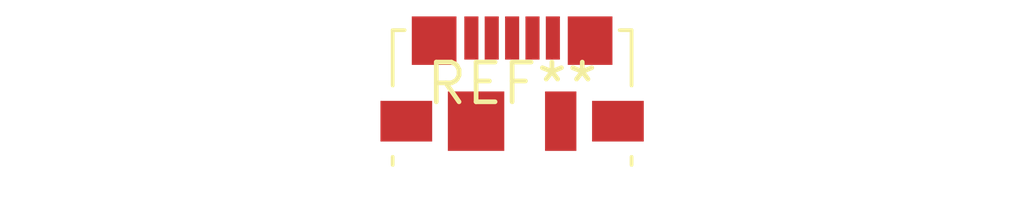
<source format=kicad_pcb>
(kicad_pcb (version 20240108) (generator pcbnew)
  (layers (0 "F.Cu" signal) (31 "B.Cu" signal) (34 "B.Paste" user) (35 "F.Paste" user) (36 "B.SilkS" user "B.Silkscreen") (37 "F.SilkS" user "F.Silkscreen") (38 "B.Mask" user) (39 "F.Mask" user) (44 "Edge.Cuts" user))
  (net 0 "")
  (footprint "USB_Micro-B_Molex_47346-0001" (layer "F.Cu") (at 0 0)
    (property "Reference" "REF**")
    (property "Value" "USB_Micro-B_Molex_47346-0001")
    (fp_line (start -3.81 -1.71) (end -3.43 -1.71) (layer "F.SilkS") (stroke (width 0.12)))
    (fp_line (start -3.81 0.06) (end -3.81 -1.71) (layer "F.SilkS") (stroke (width 0.12)))
    (fp_line (start -3.81 2.6) (end -3.81 2.34) (layer "F.SilkS") (stroke (width 0.12)))
    (fp_line (start 3.81 -1.71) (end 3.43 -1.71) (layer "F.SilkS") (stroke (width 0.12)))
    (fp_line (start 3.81 -1.71) (end 3.81 0.06) (layer "F.SilkS") (stroke (width 0.12)))
    (fp_line (start 3.81 2.34) (end 3.81 2.6) (layer "F.SilkS") (stroke (width 0.12)))
    (pad "1" smd rect (at -1.3 -1.46) (size 0.45 1.38) (layers "F.Cu" "F.Paste" "F.Mask"))
    (pad "2" smd rect (at -0.65 -1.46) (size 0.45 1.38) (layers "F.Cu" "F.Paste" "F.Mask"))
    (pad "3" smd rect (at 0 -1.46) (size 0.45 1.38) (layers "F.Cu" "F.Paste" "F.Mask"))
    (pad "4" smd rect (at 0.65 -1.46) (size 0.45 1.38) (layers "F.Cu" "F.Paste" "F.Mask"))
    (pad "5" smd rect (at 1.3 -1.46) (size 0.45 1.38) (layers "F.Cu" "F.Paste" "F.Mask"))
    (pad "6" smd rect (at -3.375 1.2) (size 1.65 1.3) (layers "F.Cu" "F.Paste" "F.Mask"))
    (pad "6" smd rect (at -2.4875 -1.375) (size 1.425 1.55) (layers "F.Cu" "F.Paste" "F.Mask"))
    (pad "6" smd rect (at -1.15 1.2) (size 1.8 1.9) (layers "F.Cu" "F.Paste" "F.Mask"))
    (pad "6" smd rect (at 1.55 1.2) (size 1 1.9) (layers "F.Cu" "F.Paste" "F.Mask"))
    (pad "6" smd rect (at 2.4875 -1.375) (size 1.425 1.55) (layers "F.Cu" "F.Paste" "F.Mask"))
    (pad "6" smd rect (at 3.375 1.2) (size 1.65 1.3) (layers "F.Cu" "F.Paste" "F.Mask"))
  )
)
</source>
